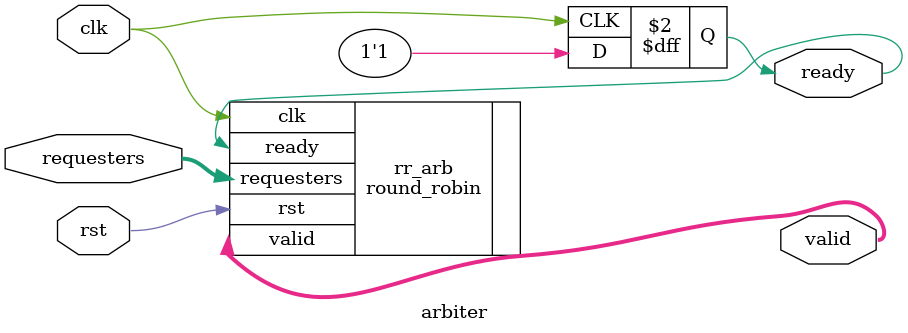
<source format=v>

`include "round_robin.v"

module arbiter
#(
    // default params
    parameter NUM_REQUESTERS = 2,
    parameter DATA_WIDTH = 8,
    parameter TRANSACTION_TYPE = 0 // 0 - single transactions, 1 - burst transactions
)
(
    input clk,
    input rst,
    input [NUM_REQUESTERS - 1:0] requesters, // array of signals saying whether requester i has initiated request
    output [NUM_REQUESTERS - 1:0] valid, // array of signals saying whether requester i has been granted request
    output reg ready // next stage circuit ready
);

    parameter BURST_LENGTH = 2;

    // if you need to change the arbitration algorithm,
    // just replace the module below with the same API
    round_robin 
    #(
        .NUM_REQUESTERS(NUM_REQUESTERS)
    )
    rr_arb
    (
        .clk(clk), 
        .rst(rst), 
        .requesters(requesters), 
        .valid(valid),
        .ready(ready)
    );

    integer burst_count;

    always @(posedge clk)
    begin
        ready <= 0; // default state is that next stage circuit is not ready
        if(TRANSACTION_TYPE == 0) // single transaction
        begin
            ready <= 1;
        end
        else // burst transaction
        begin
            if((valid & requesters == valid) && (burst_count < (BURST_LENGTH + 1)))
            begin
                ready <= 0;
                burst_count = burst_count + 1;
            end
            else
            begin
                ready <= 1;
                burst_count = 0;
            end
        end
    end

endmodule

</source>
